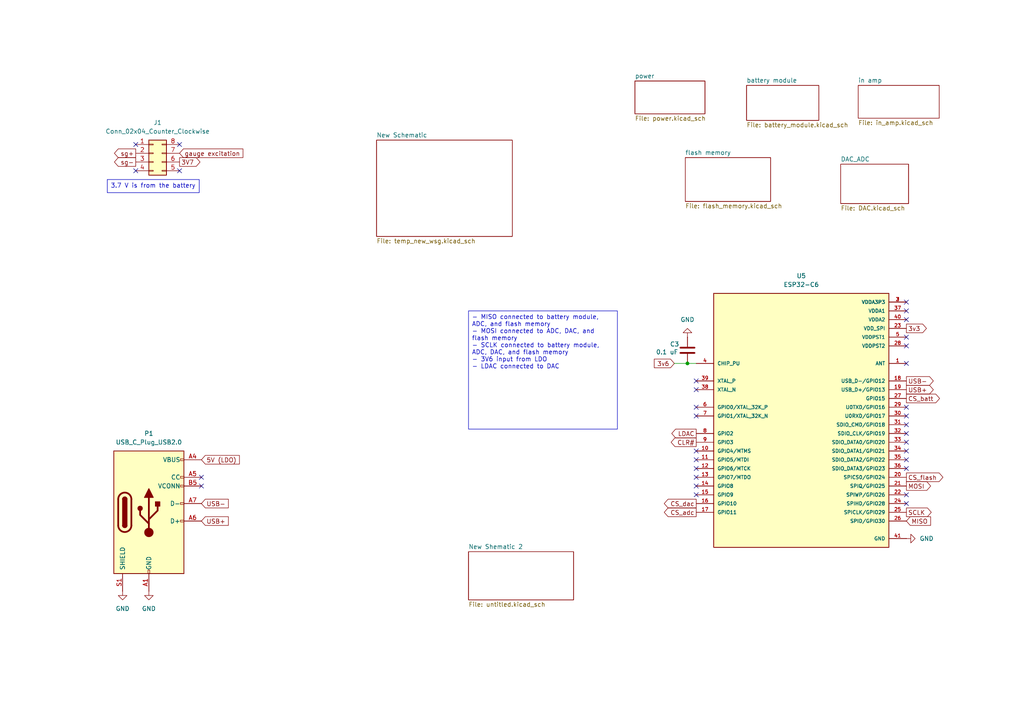
<source format=kicad_sch>
(kicad_sch (version 20250114) (generator "eeschema") (generator_version "9.0")
  (paper "A4")
  (lib_symbols
    (symbol "Connector:USB_C_Plug_USB2.0" (pin_names (offset 1.016))
      (property "Reference" "P" (at -10.16 19.05 0))
      (property "Value" "USB_C_Plug_USB2.0" (at 12.7 19.05 0))
      (symbol "USB_C_Plug_USB2.0_0_0"
        (rectangle (start -0.254 -17.78) (end 0.254 -16.764))
        (rectangle (start 10.16 15.494) (end 9.144 14.986))
        (rectangle (start 10.16 10.414) (end 9.144 9.906))
        (rectangle (start 10.16 7.874) (end 9.144 7.366))
        (rectangle (start 10.16 2.794) (end 9.144 2.286))
        (rectangle (start 10.16 -2.286) (end 9.144 -2.794))
      )
      (symbol "USB_C_Plug_USB2.0_0_1"
        (rectangle (start -10.16 17.78) (end 10.16 -17.78) (stroke (width 0.254)) (fill (type background)))
        (polyline (pts (xy -8.89 -3.81) (xy -8.89 3.81)) (stroke (width 0.508)))
        (rectangle (start -7.62 -3.81) (end -6.35 3.81) (stroke (width 0.254)) (fill (type outline)))
        (arc (start -7.62 3.81) (mid -6.985 4.4423) (end -6.35 3.81) (stroke (width 0.254)))
        (arc (start -7.62 3.81) (mid -6.985 4.4423) (end -6.35 3.81) (stroke (width 0.254)) (fill (type outline)))
        (arc (start -8.89 3.81) (mid -6.985 5.7067) (end -5.08 3.81) (stroke (width 0.508)))
        (arc (start -5.08 -3.81) (mid -6.985 -5.7067) (end -8.89 -3.81) (stroke (width 0.508)))
        (arc (start -6.35 -3.81) (mid -6.985 -4.4423) (end -7.62 -3.81) (stroke (width 0.254)))
        (arc (start -6.35 -3.81) (mid -6.985 -4.4423) (end -7.62 -3.81) (stroke (width 0.254)) (fill (type outline)))
        (polyline (pts (xy -5.08 3.81) (xy -5.08 -3.81)) (stroke (width 0.508)))
        (circle (center -2.54 1.143) (radius 0.635) (stroke (width 0.254)) (fill (type outline)))
        (polyline (pts (xy -1.27 4.318) (xy 0 6.858) (xy 1.27 4.318) (xy -1.27 4.318)) (stroke (width 0.254)) (fill (type outline)))
        (polyline (pts (xy 0 -2.032) (xy 2.54 0.508) (xy 2.54 1.778)) (stroke (width 0.508)))
        (polyline (pts (xy 0 -3.302) (xy -2.54 -0.762) (xy -2.54 0.508)) (stroke (width 0.508)))
        (polyline (pts (xy 0 -5.842) (xy 0 4.318)) (stroke (width 0.508)))
        (circle (center 0 -5.842) (radius 1.27) (fill (type outline)))
        (rectangle (start 1.905 1.778) (end 3.175 3.048) (stroke (width 0.254)) (fill (type outline)))
      )
      (symbol "USB_C_Plug_USB2.0_1_1"
        (pin passive line (at -7.62 -22.86 90) (length 5.08) (name "SHIELD") (number "S1"))
        (pin passive line (at 0 -22.86 90) (length 5.08) (name "GND") (number "A1"))
        (pin passive line (at 0 -22.86 90) (length 5.08) (hide yes) (name "GND") (number "A12"))
        (pin passive line (at 0 -22.86 90) (length 5.08) (hide yes) (name "GND") (number "B1"))
        (pin passive line (at 0 -22.86 90) (length 5.08) (hide yes) (name "GND") (number "B12"))
        (pin passive line (at 15.24 15.24 180) (length 5.08) (name "VBUS") (number "A4"))
        (pin passive line (at 15.24 15.24 180) (length 5.08) (hide yes) (name "VBUS") (number "A9"))
        (pin passive line (at 15.24 15.24 180) (length 5.08) (hide yes) (name "VBUS") (number "B4"))
        (pin passive line (at 15.24 15.24 180) (length 5.08) (hide yes) (name "VBUS") (number "B9"))
        (pin bidirectional line (at 15.24 10.16 180) (length 5.08) (name "CC") (number "A5"))
        (pin bidirectional line (at 15.24 7.62 180) (length 5.08) (name "VCONN") (number "B5"))
        (pin bidirectional line (at 15.24 2.54 180) (length 5.08) (name "D-") (number "A7"))
        (pin bidirectional line (at 15.24 -2.54 180) (length 5.08) (name "D+") (number "A6"))
      )
    )
    (symbol "Connector_Generic:Conn_02x04_Counter_Clockwise" (pin_names (offset 1.016) (hide yes))
      (property "Reference" "J" (at 1.27 5.08 0))
      (property "Value" "Conn_02x04_Counter_Clockwise" (at 1.27 -7.62 0))
      (symbol "Conn_02x04_Counter_Clockwise_1_1"
        (rectangle (start -1.27 3.81) (end 3.81 -6.35) (stroke (width 0.254)) (fill (type background)))
        (rectangle (start -1.27 2.667) (end 0 2.413) (stroke (width 0.1524)))
        (rectangle (start -1.27 0.127) (end 0 -0.127) (stroke (width 0.1524)))
        (rectangle (start -1.27 -2.413) (end 0 -2.667) (stroke (width 0.1524)))
        (rectangle (start -1.27 -4.953) (end 0 -5.207) (stroke (width 0.1524)))
        (rectangle (start 3.81 2.667) (end 2.54 2.413) (stroke (width 0.1524)))
        (rectangle (start 3.81 0.127) (end 2.54 -0.127) (stroke (width 0.1524)))
        (rectangle (start 3.81 -2.413) (end 2.54 -2.667) (stroke (width 0.1524)))
        (rectangle (start 3.81 -4.953) (end 2.54 -5.207) (stroke (width 0.1524)))
        (pin passive line (at -5.08 2.54 0) (length 3.81) (name "Pin_1") (number "1"))
        (pin passive line (at -5.08 0 0) (length 3.81) (name "Pin_2") (number "2"))
        (pin passive line (at -5.08 -2.54 0) (length 3.81) (name "Pin_3") (number "3"))
        (pin passive line (at -5.08 -5.08 0) (length 3.81) (name "Pin_4") (number "4"))
        (pin passive line (at 7.62 2.54 180) (length 3.81) (name "Pin_8") (number "8"))
        (pin passive line (at 7.62 0 180) (length 3.81) (name "Pin_7") (number "7"))
        (pin passive line (at 7.62 -2.54 180) (length 3.81) (name "Pin_6") (number "6"))
        (pin passive line (at 7.62 -5.08 180) (length 3.81) (name "Pin_5") (number "5"))
      )
    )
    (symbol "Device:C" (pin_numbers (hide yes)) (pin_names (offset 0.254))
      (property "Reference" "C" (at 0.635 2.54 0))
      (property "Value" "C" (at 0.635 -2.54 0))
      (symbol "C_0_1"
        (polyline (pts (xy -2.032 0.762) (xy 2.032 0.762)) (stroke (width 0.508)))
        (polyline (pts (xy -2.032 -0.762) (xy 2.032 -0.762)) (stroke (width 0.508)))
      )
      (symbol "C_1_1"
        (pin passive line (at 0 3.81 270) (length 2.794) (name "~") (number "1"))
        (pin passive line (at 0 -3.81 90) (length 2.794) (name "~") (number "2"))
      )
    )
    (symbol "power:GND" (power) (pin_numbers (hide yes)) (pin_names (offset 0) (hide yes))
      (property "Value" "GND" (at 0 -3.81 0))
      (symbol "GND_0_1"
        (polyline (pts (xy 0 0) (xy 0 -1.27) (xy 1.27 -1.27) (xy 0 -2.54) (xy -1.27 -1.27) (xy 0 -1.27)))
      )
      (symbol "GND_1_1"
        (pin power_in line (at 0 0 270) (length 0) (name "~") (number "1"))
      )
    )
    (symbol "wsg sym lib:ESP32-C6" (pin_names (offset 1.016))
      (property "Reference" "U" (at -25.4 36.322 0))
      (property "Value" "ESP32-C6" (at -25.4 -40.64 0))
      (symbol "ESP32-C6_0_0"
        (rectangle (start -25.4 -38.1) (end 25.4 35.56) (stroke (width 0.254)) (fill (type background)))
        (pin input line (at -30.48 15.24 0) (length 5.08) (name "CHIP_PU") (number "4"))
        (pin bidirectional line (at -30.48 10.16 0) (length 5.08) (name "XTAL_P") (number "39"))
        (pin bidirectional line (at -30.48 7.62 0) (length 5.08) (name "XTAL_N") (number "38"))
        (pin bidirectional line (at -30.48 2.54 0) (length 5.08) (name "GPIO0/XTAL_32K_P") (number "6"))
        (pin bidirectional line (at -30.48 0 0) (length 5.08) (name "GPIO1/XTAL_32K_N") (number "7"))
        (pin bidirectional line (at -30.48 -5.08 0) (length 5.08) (name "GPIO2") (number "8"))
        (pin bidirectional line (at -30.48 -7.62 0) (length 5.08) (name "GPIO3") (number "9"))
        (pin bidirectional line (at -30.48 -10.16 0) (length 5.08) (name "GPIO4/MTMS") (number "10"))
        (pin bidirectional line (at -30.48 -12.7 0) (length 5.08) (name "GPIO5/MTDI") (number "11"))
        (pin bidirectional line (at -30.48 -15.24 0) (length 5.08) (name "GPIO6/MTCK") (number "12"))
        (pin bidirectional line (at -30.48 -17.78 0) (length 5.08) (name "GPIO7/MTDO") (number "13"))
        (pin bidirectional line (at -30.48 -20.32 0) (length 5.08) (name "GPIO8") (number "14"))
        (pin bidirectional line (at -30.48 -22.86 0) (length 5.08) (name "GPIO9") (number "15"))
        (pin bidirectional line (at -30.48 -25.4 0) (length 5.08) (name "GPIO10") (number "16"))
        (pin bidirectional line (at -30.48 -27.94 0) (length 5.08) (name "GPIO11") (number "17"))
        (pin power_in line (at 30.48 33.02 180) (length 5.08) (name "VDDA3P3") (number "2"))
        (pin power_in line (at 30.48 33.02 180) (length 5.08) (name "VDDA3P3") (number "3"))
        (pin power_in line (at 30.48 30.48 180) (length 5.08) (name "VDDA1") (number "37"))
        (pin power_in line (at 30.48 27.94 180) (length 5.08) (name "VDDA2") (number "40"))
        (pin power_in line (at 30.48 25.4 180) (length 5.08) (name "VDD_SPI") (number "23"))
        (pin power_in line (at 30.48 22.86 180) (length 5.08) (name "VDDPST1") (number "5"))
        (pin power_in line (at 30.48 20.32 180) (length 5.08) (name "VDDPST2") (number "28"))
        (pin bidirectional line (at 30.48 15.24 180) (length 5.08) (name "ANT") (number "1"))
        (pin bidirectional line (at 30.48 10.16 180) (length 5.08) (name "USB_D-/GPIO12") (number "18"))
        (pin bidirectional line (at 30.48 7.62 180) (length 5.08) (name "USB_D+/GPIO13") (number "19"))
        (pin bidirectional line (at 30.48 5.08 180) (length 5.08) (name "GPIO15") (number "27"))
        (pin bidirectional line (at 30.48 2.54 180) (length 5.08) (name "U0TXD/GPIO16") (number "29"))
        (pin bidirectional line (at 30.48 0 180) (length 5.08) (name "U0RXD/GPIO17") (number "30"))
        (pin bidirectional line (at 30.48 -2.54 180) (length 5.08) (name "SDIO_CMD/GPIO18") (number "31"))
        (pin bidirectional line (at 30.48 -5.08 180) (length 5.08) (name "SDIO_CLK/GPIO19") (number "32"))
        (pin bidirectional line (at 30.48 -7.62 180) (length 5.08) (name "SDIO_DATA0/GPIO20") (number "33"))
        (pin bidirectional line (at 30.48 -10.16 180) (length 5.08) (name "SDIO_DATA1/GPIO21") (number "34"))
        (pin bidirectional line (at 30.48 -12.7 180) (length 5.08) (name "SDIO_DATA2/GPIO22") (number "35"))
        (pin bidirectional line (at 30.48 -15.24 180) (length 5.08) (name "SDIO_DATA3/GPIO23") (number "36"))
        (pin bidirectional line (at 30.48 -17.78 180) (length 5.08) (name "SPICS0/GPIO24") (number "20"))
        (pin bidirectional line (at 30.48 -20.32 180) (length 5.08) (name "SPIQ/GPIO25") (number "21"))
        (pin bidirectional line (at 30.48 -22.86 180) (length 5.08) (name "SPIWP/GPIO26") (number "22"))
        (pin bidirectional line (at 30.48 -25.4 180) (length 5.08) (name "SPIHD/GPIO28") (number "24"))
        (pin bidirectional line (at 30.48 -27.94 180) (length 5.08) (name "SPICLK/GPIO29") (number "25"))
        (pin bidirectional line (at 30.48 -30.48 180) (length 5.08) (name "SPID/GPIO30") (number "26"))
        (pin power_in line (at 30.48 -35.56 180) (length 5.08) (name "GND") (number "41"))
      )
    )
  )
  (text_box "3.7 V is from the battery" (at 31.115 52.07 0) (size 26.67 3.81) (margins 0.9525 0.9525 0.9525 0.9525) (effects (font (size 1.27 1.27)) (justify left top)))
  (text_box "- MISO connected to battery module, ADC, and flash memory\n- MOSI connected to ADC, DAC, and flash memory\n- SCLK connected to battery module, ADC, DAC, and flash memory\n- 3V6 input from LDO\n- LDAC connected to DAC" (at 135.89 90.17 0) (size 43.18 34.29) (margins 0.9525 0.9525 0.9525 0.9525) (effects (font (size 1.27 1.27)) (justify left top)))
  (junction (at 199.39 105.41))
  (no_connect (at 262.89 90.17))
  (no_connect (at 201.93 113.03))
  (no_connect (at 201.93 143.51))
  (no_connect (at 262.89 105.41))
  (no_connect (at 58.42 138.43))
  (no_connect (at 262.89 100.33))
  (no_connect (at 262.89 123.19))
  (no_connect (at 58.42 140.97))
  (no_connect (at 201.93 110.49))
  (no_connect (at 201.93 118.11))
  (no_connect (at 262.89 120.65))
  (no_connect (at 262.89 133.35))
  (no_connect (at 262.89 130.81))
  (no_connect (at 262.89 125.73))
  (no_connect (at 262.89 146.05))
  (no_connect (at 262.89 97.79))
  (no_connect (at 262.89 118.11))
  (no_connect (at 201.93 120.65))
  (no_connect (at 201.93 133.35))
  (no_connect (at 262.89 87.63))
  (no_connect (at 262.89 92.71))
  (no_connect (at 262.89 135.89))
  (no_connect (at 201.93 138.43))
  (no_connect (at 52.07 41.91))
  (no_connect (at 52.07 49.53))
  (no_connect (at 201.93 130.81))
  (no_connect (at 39.37 41.91))
  (no_connect (at 201.93 140.97))
  (no_connect (at 262.89 143.51))
  (no_connect (at 262.89 128.27))
  (no_connect (at 201.93 135.89))
  (no_connect (at 39.37 49.53))
  (wire (pts (xy 195.58 105.41) (xy 199.39 105.41)))
  (wire (pts (xy 199.39 105.41) (xy 201.93 105.41)))
  (global_label "CS_adc" (shape output) (at 201.93 148.59 180) (property "Intersheetrefs" "${INTERSHEET_REFS}" (effects (hide yes))))
  (global_label "USB+" (shape input) (at 58.42 151.13 0) (property "Intersheetrefs" "${INTERSHEET_REFS}" (effects (hide yes))))
  (global_label "3v6" (shape input) (at 195.58 105.41 180) (property "Intersheetrefs" "${INTERSHEET_REFS}" (effects (hide yes))))
  (global_label "USB+" (shape output) (at 262.89 113.03 0) (property "Intersheetrefs" "${INTERSHEET_REFS}" (effects (hide yes))))
  (global_label "MOSI" (shape output) (at 262.89 140.97 0) (property "Intersheetrefs" "${INTERSHEET_REFS}" (effects (hide yes))))
  (global_label "LDAC" (shape output) (at 201.93 125.73 180) (property "Intersheetrefs" "${INTERSHEET_REFS}" (effects (hide yes))))
  (global_label "CLR#" (shape output) (at 201.93 128.27 180) (property "Intersheetrefs" "${INTERSHEET_REFS}" (effects (hide yes))))
  (global_label "5V (LDO)" (shape input) (at 58.42 133.35 0) (property "Intersheetrefs" "${INTERSHEET_REFS}" (effects (hide yes))))
  (global_label "3v3" (shape output) (at 262.89 95.25 0) (property "Intersheetrefs" "${INTERSHEET_REFS}" (effects (hide yes))))
  (global_label "USB-" (shape input) (at 58.42 146.05 0) (property "Intersheetrefs" "${INTERSHEET_REFS}" (effects (hide yes))))
  (global_label "3V7" (shape output) (at 52.07 46.99 0) (property "Intersheetrefs" "${INTERSHEET_REFS}" (effects (hide yes))))
  (global_label "gauge excitation" (shape input) (at 52.07 44.45 0) (property "Intersheetrefs" "${INTERSHEET_REFS}" (effects (hide yes))))
  (global_label "SCLK" (shape output) (at 262.89 148.59 0) (property "Intersheetrefs" "${INTERSHEET_REFS}" (effects (hide yes))))
  (global_label "MISO" (shape input) (at 262.89 151.13 0) (property "Intersheetrefs" "${INTERSHEET_REFS}" (effects (hide yes))))
  (global_label "CS_dac" (shape output) (at 201.93 146.05 180) (property "Intersheetrefs" "${INTERSHEET_REFS}" (effects (hide yes))))
  (global_label "CS_flash" (shape output) (at 262.89 138.43 0) (property "Intersheetrefs" "${INTERSHEET_REFS}" (effects (hide yes))))
  (global_label "sg-" (shape output) (at 39.37 46.99 180) (property "Intersheetrefs" "${INTERSHEET_REFS}" (effects (hide yes))))
  (global_label "USB-" (shape output) (at 262.89 110.49 0) (property "Intersheetrefs" "${INTERSHEET_REFS}" (effects (hide yes))))
  (global_label "sg+" (shape output) (at 39.37 44.45 180) (property "Intersheetrefs" "${INTERSHEET_REFS}" (effects (hide yes))))
  (global_label "CS_batt" (shape output) (at 262.89 115.57 0) (property "Intersheetrefs" "${INTERSHEET_REFS}" (effects (hide yes))))
  (symbol (lib_id "Device:C") (at 199.39 101.6 180) (unit 1)
    (property "Reference" "C3" (at 194.31 99.822 0) (effects (justify right)))
    (property "Value" "0.1 uF" (at 190.246 102.108 0) (effects (justify right)))
    (property "Description" "Unpolarized capacitor" (effects (hide yes)))
  )
  (symbol (lib_id "power:GND") (at 262.89 156.21 90) (unit 1)
    (property "Reference" "#PWR09" (effects (hide yes)))
    (property "Value" "GND" (at 266.7 156.2099 90) (effects (justify right)))
    (property "Description" "Power symbol creates a global label with name \"GND\" , ground" (effects (hide yes)))
  )
  (symbol (lib_id "power:GND") (at 43.18 171.45 0) (unit 1)
    (property "Reference" "#PWR025" (effects (hide yes)))
    (property "Value" "GND" (at 43.18 176.53 0))
    (property "Description" "Power symbol creates a global label with name \"GND\" , ground" (effects (hide yes)))
  )
  (symbol (lib_id "wsg sym lib:ESP32-C6") (at 232.41 120.65 0) (unit 1)
    (property "Reference" "U5" (at 232.41 80.01 0))
    (property "Value" "ESP32-C6" (at 232.41 82.55 0))
    (property "Footprint" "ESP32-C6:QFN40P500X500X90-41N" (effects (hide yes)))
    (property "MF" "Espressif Systems" (effects (hide yes)))
    (property "MAXIMUM_PACKAGE_HEIGHT" "0.9mm" (effects (hide yes)))
    (property "Package" "None" (effects (hide yes)))
    (property "Price" "None" (effects (hide yes)))
    (property "Check_prices" "https://www.snapeda.com/parts/ESP32-C6/Espressif+Systems/view-part/?ref=eda" (effects (hide yes)))
    (property "STANDARD" "IPC-7351B" (effects (hide yes)))
    (property "PARTREV" "v0.5" (effects (hide yes)))
    (property "SnapEDA_Link" "https://www.snapeda.com/parts/ESP32-C6/Espressif+Systems/view-part/?ref=snap" (effects (hide yes)))
    (property "MP" "ESP32-C6" (effects (hide yes)))
    (property "Description_1" "\n                        \n                            IC RF TxRx Only Bluetooth, WiFi Bluetooth v5.0, Thread, Zigbee® 2.412GHz ~ 2.484GHz 40-VFQFN Exposed Pad\n                        \n" (effects (hide yes)))
    (property "MANUFACTURER" "Espressif Systems" (effects (hide yes)))
    (property "Availability" "In Stock" (effects (hide yes)))
    (property "SNAPEDA_PN" "ESP32-C6" (effects (hide yes)))
  )
  (symbol (lib_id "Connector_Generic:Conn_02x04_Counter_Clockwise") (at 44.45 44.45 0) (unit 1)
    (property "Reference" "J1" (at 45.72 35.56 0))
    (property "Value" "Conn_02x04_Counter_Clockwise" (at 45.72 38.1 0))
    (property "Description" "Generic connector, double row, 02x04, counter clockwise pin numbering scheme (similar to DIP package numbering), script generated (kicad-library-utils/schlib/autogen/connector/)" (effects (hide yes)))
  )
  (symbol (lib_id "Connector:USB_C_Plug_USB2.0") (at 43.18 148.59 0) (unit 1)
    (property "Reference" "P1" (at 43.18 125.73 0))
    (property "Value" "USB_C_Plug_USB2.0" (at 43.18 128.27 0))
    (property "Datasheet" "https://www.usb.org/sites/default/files/documents/usb_type-c.zip" (effects (hide yes)))
    (property "Description" "USB 2.0-only Type-C Plug connector" (effects (hide yes)))
  )
  (symbol (lib_id "power:GND") (at 35.56 171.45 0) (unit 1)
    (property "Reference" "#PWR026" (effects (hide yes)))
    (property "Value" "GND" (at 35.56 176.53 0))
    (property "Description" "Power symbol creates a global label with name \"GND\" , ground" (effects (hide yes)))
  )
  (symbol (lib_id "power:GND") (at 199.39 97.79 180) (unit 1)
    (property "Reference" "#PWR059" (effects (hide yes)))
    (property "Value" "GND" (at 199.39 92.71 0))
    (property "Description" "Power symbol creates a global label with name \"GND\" , ground" (effects (hide yes)))
  )
  (sheet (at 216.535 24.765) (size 20.955 10.16) (stroke (width 0.1524))
    (property "Sheetname" "battery module" (at 216.535 24.0534 0) (effects (justify left bottom)))
    (property "Sheetfile" "battery_module.kicad_sch" (at 216.535 35.5096 0) (effects (justify left top)))
  )
  (sheet (at 243.84 47.625) (size 19.685 11.43) (stroke (width 0.1524))
    (property "Sheetname" "DAC_ADC" (at 243.84 46.9134 0) (effects (justify left bottom)))
    (property "Sheetfile" "DAC.kicad_sch" (at 243.84 59.6396 0) (effects (justify left top)))
  )
  (sheet (at 248.92 24.765) (size 23.495 9.525) (stroke (width 0.1524))
    (property "Sheetname" "in amp" (at 248.92 24.0534 0) (effects (justify left bottom)))
    (property "Sheetfile" "in_amp.kicad_sch" (at 248.92 34.8746 0) (effects (justify left top)))
  )
  (sheet (at 109.22 40.64) (size 39.37 27.94) (stroke (width 0.1524))
    (property "Sheetname" "New Schematic" (at 109.22 39.9284 0) (effects (justify left bottom)))
    (property "Sheetfile" "temp_new_wsg.kicad_sch" (at 109.22 69.1646 0) (effects (justify left top)))
  )
  (sheet (at 184.15 23.495) (size 20.32 9.525) (stroke (width 0.1524))
    (property "Sheetname" "power" (at 184.15 22.7834 0) (effects (justify left bottom)))
    (property "Sheetfile" "power.kicad_sch" (at 184.15 33.6046 0) (effects (justify left top)))
  )
  (sheet (at 135.89 160.02) (size 30.48 13.97) (stroke (width 0.1524))
    (property "Sheetname" "New Shematic 2" (at 135.89 159.3084 0) (effects (justify left bottom)))
    (property "Sheetfile" "untitled.kicad_sch" (at 135.89 174.5746 0) (effects (justify left top)))
  )
  (sheet (at 198.755 45.72) (size 24.765 12.7) (stroke (width 0.1524))
    (property "Sheetname" "flash memory" (at 198.755 45.0084 0) (effects (justify left bottom)))
    (property "Sheetfile" "flash_memory.kicad_sch" (at 198.755 59.0046 0) (effects (justify left top)))
  )
)
</source>
